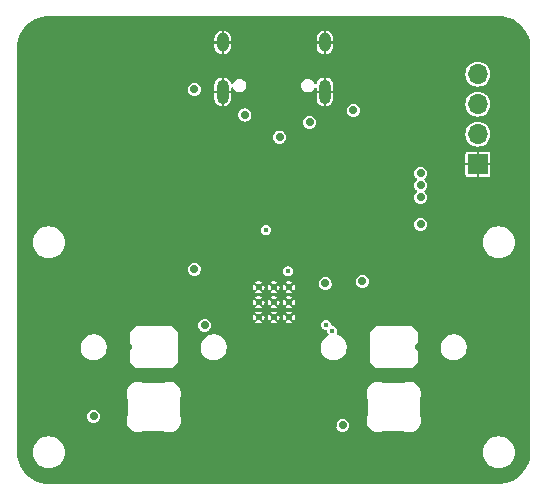
<source format=gbr>
%TF.GenerationSoftware,KiCad,Pcbnew,7.0.3*%
%TF.CreationDate,2023-05-17T22:22:38+01:00*%
%TF.ProjectId,MoonPad,4d6f6f6e-5061-4642-9e6b-696361645f70,rev?*%
%TF.SameCoordinates,Original*%
%TF.FileFunction,Copper,L3,Inr*%
%TF.FilePolarity,Positive*%
%FSLAX46Y46*%
G04 Gerber Fmt 4.6, Leading zero omitted, Abs format (unit mm)*
G04 Created by KiCad (PCBNEW 7.0.3) date 2023-05-17 22:22:38*
%MOMM*%
%LPD*%
G01*
G04 APERTURE LIST*
%TA.AperFunction,ComponentPad*%
%ADD10O,1.000000X2.100000*%
%TD*%
%TA.AperFunction,ComponentPad*%
%ADD11O,1.000000X1.600000*%
%TD*%
%TA.AperFunction,ComponentPad*%
%ADD12C,0.600000*%
%TD*%
%TA.AperFunction,ComponentPad*%
%ADD13R,1.700000X1.700000*%
%TD*%
%TA.AperFunction,ComponentPad*%
%ADD14O,1.700000X1.700000*%
%TD*%
%TA.AperFunction,ViaPad*%
%ADD15C,0.700000*%
%TD*%
%TA.AperFunction,ViaPad*%
%ADD16C,0.450000*%
%TD*%
G04 APERTURE END LIST*
D10*
%TO.N,GND*%
%TO.C,J3*%
X150370000Y-83775000D03*
D11*
X150370000Y-79595000D03*
D10*
X141730000Y-83775000D03*
D11*
X141730000Y-79595000D03*
%TD*%
D12*
%TO.N,GND*%
%TO.C,U3*%
X144775000Y-100325000D03*
X144775000Y-101600000D03*
X144775000Y-102875000D03*
X146050000Y-100325000D03*
X146050000Y-101600000D03*
X146050000Y-102875000D03*
X147325000Y-100325000D03*
X147325000Y-101600000D03*
X147325000Y-102875000D03*
%TD*%
D13*
%TO.N,GND*%
%TO.C,J1*%
X163322000Y-89906000D03*
D14*
%TO.N,+3V3*%
X163322000Y-87366000D03*
%TO.N,/OLED_SCL*%
X163322000Y-84826000D03*
%TO.N,/OLED_SDA*%
X163322000Y-82286000D03*
%TD*%
D15*
%TO.N,VBUS*%
X143600000Y-85736600D03*
X149098000Y-86360000D03*
%TO.N,GND*%
X150672800Y-94640400D03*
X152654000Y-91694000D03*
X158496002Y-93979996D03*
X149606000Y-108077000D03*
X140716000Y-101600000D03*
X133731000Y-105410000D03*
X151384000Y-101628000D03*
X143383000Y-88517000D03*
X152654000Y-108712000D03*
X150361766Y-106639174D03*
X147701000Y-88517000D03*
X133618000Y-85330000D03*
X158482000Y-83580000D03*
X134021102Y-90272001D03*
X130810000Y-110363000D03*
X152654000Y-90678000D03*
X148463000Y-111633000D03*
X153670000Y-90678000D03*
X133618000Y-100570000D03*
X144653000Y-91948000D03*
X153670000Y-91694000D03*
X139446000Y-105283000D03*
X134021102Y-93827998D03*
X149656800Y-94640400D03*
X145669000Y-91948000D03*
X142621000Y-91948000D03*
X157510000Y-97947000D03*
X139319000Y-84455000D03*
X140462000Y-96870700D03*
X153543002Y-102362000D03*
X138490000Y-108894135D03*
X144542000Y-88016098D03*
X156921200Y-103174800D03*
X140490000Y-99921000D03*
X151260257Y-99821309D03*
X138463100Y-97075125D03*
X139920380Y-102731120D03*
X158810000Y-108894135D03*
X148640800Y-94640400D03*
X152781000Y-84455000D03*
X152654000Y-107061000D03*
X151040097Y-112014000D03*
X144554000Y-106426000D03*
X143637000Y-91948000D03*
X158369000Y-105410000D03*
X139319000Y-107188000D03*
D16*
%TO.N,+1V1*%
X145392072Y-95460376D03*
X147253371Y-98977451D03*
D15*
%TO.N,ADC_X*%
X150426900Y-99998100D03*
X140208000Y-103533000D03*
D16*
%TO.N,/OLED_SCL*%
X150495000Y-103505000D03*
%TO.N,/OLED_SDA*%
X151003000Y-104002018D03*
D15*
%TO.N,+5V*%
X139319000Y-83566000D03*
X158496000Y-91694000D03*
X151892000Y-112014000D03*
X146542000Y-87614000D03*
X158496000Y-94995996D03*
X153543001Y-99822001D03*
X139319000Y-98806000D03*
X158496000Y-92710000D03*
X152781000Y-85344000D03*
X130810000Y-111252000D03*
X158496001Y-90678000D03*
%TD*%
%TA.AperFunction,Conductor*%
%TO.N,GND*%
G36*
X165101385Y-77335577D02*
G01*
X165396688Y-77352161D01*
X165402175Y-77352780D01*
X165692402Y-77402091D01*
X165697785Y-77403319D01*
X165980662Y-77484815D01*
X165985897Y-77486647D01*
X166111584Y-77538708D01*
X166257853Y-77599295D01*
X166262853Y-77601702D01*
X166520492Y-77744094D01*
X166525185Y-77747043D01*
X166765259Y-77917385D01*
X166769588Y-77920837D01*
X166989088Y-78116994D01*
X166993005Y-78120911D01*
X167189160Y-78340409D01*
X167192619Y-78344747D01*
X167362954Y-78584811D01*
X167365910Y-78589515D01*
X167508294Y-78847141D01*
X167510704Y-78852146D01*
X167623350Y-79124096D01*
X167625185Y-79129340D01*
X167706676Y-79412198D01*
X167707910Y-79417610D01*
X167721060Y-79494999D01*
X167757217Y-79707808D01*
X167757838Y-79713328D01*
X167774422Y-80008607D01*
X167774500Y-80011383D01*
X167774500Y-114298615D01*
X167774422Y-114301391D01*
X167757838Y-114596671D01*
X167757217Y-114602191D01*
X167707912Y-114892384D01*
X167706676Y-114897801D01*
X167625185Y-115180659D01*
X167623350Y-115185903D01*
X167510704Y-115457853D01*
X167508294Y-115462858D01*
X167365910Y-115720484D01*
X167362954Y-115725188D01*
X167192619Y-115965252D01*
X167189156Y-115969595D01*
X166993011Y-116189082D01*
X166989082Y-116193011D01*
X166769595Y-116389156D01*
X166765252Y-116392619D01*
X166525188Y-116562954D01*
X166520484Y-116565910D01*
X166262858Y-116708294D01*
X166257853Y-116710704D01*
X165985903Y-116823350D01*
X165980659Y-116825185D01*
X165697801Y-116906676D01*
X165692385Y-116907911D01*
X165559990Y-116930406D01*
X165402191Y-116957217D01*
X165396671Y-116957838D01*
X165144812Y-116971983D01*
X165101385Y-116974422D01*
X165098616Y-116974500D01*
X127001384Y-116974500D01*
X126998614Y-116974422D01*
X126953030Y-116971862D01*
X126703328Y-116957838D01*
X126697808Y-116957217D01*
X126407610Y-116907910D01*
X126402201Y-116906676D01*
X126317271Y-116882208D01*
X126119340Y-116825185D01*
X126114096Y-116823350D01*
X125842146Y-116710704D01*
X125837141Y-116708294D01*
X125579515Y-116565910D01*
X125574811Y-116562954D01*
X125334747Y-116392619D01*
X125330409Y-116389160D01*
X125110911Y-116193005D01*
X125106994Y-116189088D01*
X124910837Y-115969588D01*
X124907385Y-115965259D01*
X124737043Y-115725185D01*
X124734094Y-115720492D01*
X124591702Y-115462853D01*
X124589295Y-115457853D01*
X124539855Y-115338495D01*
X124476647Y-115185897D01*
X124474814Y-115180659D01*
X124472147Y-115171401D01*
X124393319Y-114897785D01*
X124392091Y-114892402D01*
X124342780Y-114602175D01*
X124342161Y-114596688D01*
X124325577Y-114301386D01*
X124325539Y-114300004D01*
X125644341Y-114300004D01*
X125664935Y-114535400D01*
X125726098Y-114763667D01*
X125825959Y-114977818D01*
X125825963Y-114977826D01*
X125825964Y-114977828D01*
X125825965Y-114977829D01*
X125961505Y-115171401D01*
X126128599Y-115338495D01*
X126322171Y-115474035D01*
X126322172Y-115474035D01*
X126322173Y-115474036D01*
X126322181Y-115474040D01*
X126536333Y-115573901D01*
X126536337Y-115573903D01*
X126764592Y-115635063D01*
X126764596Y-115635063D01*
X126764599Y-115635064D01*
X126941026Y-115650500D01*
X126941034Y-115650500D01*
X127058974Y-115650500D01*
X127235400Y-115635064D01*
X127235401Y-115635063D01*
X127235408Y-115635063D01*
X127463663Y-115573903D01*
X127677829Y-115474035D01*
X127871401Y-115338495D01*
X128038495Y-115171401D01*
X128174035Y-114977830D01*
X128273903Y-114763663D01*
X128335063Y-114535408D01*
X128355659Y-114300004D01*
X163744341Y-114300004D01*
X163764935Y-114535400D01*
X163826098Y-114763667D01*
X163925959Y-114977818D01*
X163925963Y-114977826D01*
X163925964Y-114977828D01*
X163925965Y-114977829D01*
X164061505Y-115171401D01*
X164228599Y-115338495D01*
X164422171Y-115474035D01*
X164422172Y-115474035D01*
X164422173Y-115474036D01*
X164422181Y-115474040D01*
X164636333Y-115573901D01*
X164636337Y-115573903D01*
X164864592Y-115635063D01*
X164864596Y-115635063D01*
X164864599Y-115635064D01*
X165041026Y-115650500D01*
X165041034Y-115650500D01*
X165158974Y-115650500D01*
X165335400Y-115635064D01*
X165335401Y-115635063D01*
X165335408Y-115635063D01*
X165563663Y-115573903D01*
X165777829Y-115474035D01*
X165971401Y-115338495D01*
X166138495Y-115171401D01*
X166274035Y-114977830D01*
X166373903Y-114763663D01*
X166435063Y-114535408D01*
X166439861Y-114480566D01*
X166455659Y-114300004D01*
X166455659Y-114299995D01*
X166435064Y-114064599D01*
X166435063Y-114064596D01*
X166435063Y-114064592D01*
X166373903Y-113836337D01*
X166274035Y-113622171D01*
X166138495Y-113428599D01*
X165971401Y-113261505D01*
X165971397Y-113261502D01*
X165971396Y-113261501D01*
X165777826Y-113125963D01*
X165777818Y-113125959D01*
X165563666Y-113026098D01*
X165563667Y-113026098D01*
X165487578Y-113005710D01*
X165335408Y-112964937D01*
X165335407Y-112964936D01*
X165335400Y-112964935D01*
X165158974Y-112949500D01*
X165158966Y-112949500D01*
X165041034Y-112949500D01*
X165041026Y-112949500D01*
X164864599Y-112964935D01*
X164636332Y-113026098D01*
X164422181Y-113125959D01*
X164422173Y-113125963D01*
X164228603Y-113261501D01*
X164061501Y-113428603D01*
X163925964Y-113622171D01*
X163826097Y-113836337D01*
X163764935Y-114064599D01*
X163744341Y-114299995D01*
X163744341Y-114300004D01*
X128355659Y-114300004D01*
X128355659Y-114300000D01*
X128335063Y-114064592D01*
X128273903Y-113836337D01*
X128174035Y-113622171D01*
X128038495Y-113428599D01*
X127871401Y-113261505D01*
X127871397Y-113261502D01*
X127871396Y-113261501D01*
X127677826Y-113125963D01*
X127677818Y-113125959D01*
X127463666Y-113026098D01*
X127463667Y-113026098D01*
X127387578Y-113005710D01*
X127235408Y-112964937D01*
X127235407Y-112964936D01*
X127235400Y-112964935D01*
X127058974Y-112949500D01*
X127058966Y-112949500D01*
X126941034Y-112949500D01*
X126941026Y-112949500D01*
X126764599Y-112964935D01*
X126536332Y-113026098D01*
X126322181Y-113125959D01*
X126322173Y-113125963D01*
X126128603Y-113261501D01*
X125961501Y-113428603D01*
X125825964Y-113622171D01*
X125726097Y-113836337D01*
X125664935Y-114064599D01*
X125644341Y-114299995D01*
X125644341Y-114300004D01*
X124325539Y-114300004D01*
X124325500Y-114298615D01*
X124325500Y-111252000D01*
X130254750Y-111252000D01*
X130273669Y-111395708D01*
X130273670Y-111395709D01*
X130302577Y-111465499D01*
X130329139Y-111529625D01*
X130417379Y-111644621D01*
X130532375Y-111732861D01*
X130666291Y-111788330D01*
X130810000Y-111807250D01*
X130953709Y-111788330D01*
X131087625Y-111732861D01*
X131202621Y-111644621D01*
X131229950Y-111609005D01*
X133586463Y-111609005D01*
X133604219Y-111790744D01*
X133604221Y-111790753D01*
X133654577Y-111966257D01*
X133654580Y-111966264D01*
X133735882Y-112129769D01*
X133845438Y-112275855D01*
X133845441Y-112275857D01*
X133845443Y-112275860D01*
X133979625Y-112399692D01*
X133979627Y-112399693D01*
X133979630Y-112399696D01*
X134134023Y-112497198D01*
X134303515Y-112565142D01*
X134303518Y-112565142D01*
X134303519Y-112565143D01*
X134323861Y-112569250D01*
X134482506Y-112601281D01*
X134644795Y-112604073D01*
X134665081Y-112604422D01*
X134665081Y-112604421D01*
X134665082Y-112604422D01*
X134845210Y-112574460D01*
X135016938Y-112512386D01*
X135035551Y-112501538D01*
X135036616Y-112501008D01*
X135038867Y-112499692D01*
X135038870Y-112499692D01*
X135072536Y-112480022D01*
X135122486Y-112466502D01*
X135161392Y-112466506D01*
X135161393Y-112466505D01*
X135164567Y-112466506D01*
X135164682Y-112466499D01*
X136615276Y-112466499D01*
X136615374Y-112466505D01*
X136618606Y-112466504D01*
X136618608Y-112466505D01*
X136657510Y-112466501D01*
X136707459Y-112480019D01*
X136736863Y-112497198D01*
X136743145Y-112500868D01*
X136744740Y-112501663D01*
X136757725Y-112509229D01*
X136763078Y-112512349D01*
X136840485Y-112540328D01*
X136934788Y-112574416D01*
X136934791Y-112574416D01*
X136934800Y-112574420D01*
X137114921Y-112604381D01*
X137297489Y-112601240D01*
X137476473Y-112565103D01*
X137645958Y-112497162D01*
X137800345Y-112399664D01*
X137917418Y-112291621D01*
X137934526Y-112275833D01*
X137934529Y-112275830D01*
X137934529Y-112275829D01*
X137934531Y-112275828D01*
X138044083Y-112129748D01*
X138101638Y-112014000D01*
X151336750Y-112014000D01*
X151355669Y-112157708D01*
X151355670Y-112157709D01*
X151404596Y-112275830D01*
X151411139Y-112291625D01*
X151499379Y-112406621D01*
X151614375Y-112494861D01*
X151748291Y-112550330D01*
X151891999Y-112569250D01*
X151891999Y-112569249D01*
X151892000Y-112569250D01*
X152035709Y-112550330D01*
X152169625Y-112494861D01*
X152284621Y-112406621D01*
X152372861Y-112291625D01*
X152428330Y-112157709D01*
X152447250Y-112014000D01*
X152440963Y-111966250D01*
X152428330Y-111870291D01*
X152372861Y-111736375D01*
X152284621Y-111621379D01*
X152268495Y-111609005D01*
X153906463Y-111609005D01*
X153924219Y-111790744D01*
X153924221Y-111790753D01*
X153974577Y-111966257D01*
X153974580Y-111966264D01*
X154055882Y-112129769D01*
X154165438Y-112275855D01*
X154165441Y-112275857D01*
X154165443Y-112275860D01*
X154299625Y-112399692D01*
X154299627Y-112399693D01*
X154299630Y-112399696D01*
X154454023Y-112497198D01*
X154623515Y-112565142D01*
X154623518Y-112565142D01*
X154623519Y-112565143D01*
X154643861Y-112569250D01*
X154802506Y-112601281D01*
X154964795Y-112604073D01*
X154985081Y-112604422D01*
X154985081Y-112604421D01*
X154985082Y-112604422D01*
X155165210Y-112574460D01*
X155336938Y-112512386D01*
X155355551Y-112501538D01*
X155356616Y-112501008D01*
X155358867Y-112499692D01*
X155358870Y-112499692D01*
X155392536Y-112480022D01*
X155442486Y-112466502D01*
X155481392Y-112466506D01*
X155481393Y-112466505D01*
X155484567Y-112466506D01*
X155484682Y-112466499D01*
X156935276Y-112466499D01*
X156935374Y-112466505D01*
X156938606Y-112466504D01*
X156938608Y-112466505D01*
X156977510Y-112466501D01*
X157027459Y-112480019D01*
X157056863Y-112497198D01*
X157063145Y-112500868D01*
X157064740Y-112501663D01*
X157077725Y-112509229D01*
X157083078Y-112512349D01*
X157160485Y-112540328D01*
X157254788Y-112574416D01*
X157254791Y-112574416D01*
X157254800Y-112574420D01*
X157434921Y-112604381D01*
X157617489Y-112601240D01*
X157796473Y-112565103D01*
X157965958Y-112497162D01*
X158120345Y-112399664D01*
X158237418Y-112291621D01*
X158254526Y-112275833D01*
X158254529Y-112275830D01*
X158254529Y-112275829D01*
X158254531Y-112275828D01*
X158364083Y-112129748D01*
X158445382Y-111966250D01*
X158495741Y-111790736D01*
X158513496Y-111609006D01*
X158498060Y-111427064D01*
X158449944Y-111250922D01*
X158449937Y-111250908D01*
X158446372Y-111243480D01*
X158440611Y-111231476D01*
X158440006Y-111229970D01*
X158420318Y-111189107D01*
X158410506Y-111146104D01*
X158410520Y-111103108D01*
X158410519Y-111103104D01*
X158410520Y-111100052D01*
X158410499Y-111099714D01*
X158410499Y-109785890D01*
X158420244Y-109743059D01*
X158424106Y-109735011D01*
X158424143Y-109735028D01*
X158424163Y-109734890D01*
X158439019Y-109704040D01*
X158439019Y-109704039D01*
X158440230Y-109701525D01*
X158440508Y-109700832D01*
X158440657Y-109700522D01*
X158449981Y-109681094D01*
X158498100Y-109504945D01*
X158513537Y-109322996D01*
X158495781Y-109141258D01*
X158445421Y-108965737D01*
X158364119Y-108802232D01*
X158254562Y-108656145D01*
X158254558Y-108656141D01*
X158254556Y-108656139D01*
X158120372Y-108532306D01*
X158120370Y-108532304D01*
X157965984Y-108434805D01*
X157965980Y-108434803D01*
X157965978Y-108434802D01*
X157796486Y-108366858D01*
X157796485Y-108366857D01*
X157796481Y-108366856D01*
X157617495Y-108330719D01*
X157617486Y-108330718D01*
X157434919Y-108327577D01*
X157254795Y-108357539D01*
X157254792Y-108357539D01*
X157254790Y-108357540D01*
X157254788Y-108357540D01*
X157254778Y-108357543D01*
X157083062Y-108419613D01*
X157064458Y-108430453D01*
X157063384Y-108430990D01*
X157027462Y-108451977D01*
X156977513Y-108465496D01*
X156935434Y-108465492D01*
X156935318Y-108465500D01*
X155442493Y-108465500D01*
X155392538Y-108451972D01*
X155357058Y-108431235D01*
X155355264Y-108430340D01*
X155336923Y-108419652D01*
X155336917Y-108419649D01*
X155165212Y-108357583D01*
X155165197Y-108357579D01*
X154985076Y-108327618D01*
X154802520Y-108330759D01*
X154802511Y-108330760D01*
X154623531Y-108366896D01*
X154623529Y-108366896D01*
X154623528Y-108366897D01*
X154454122Y-108434805D01*
X154454035Y-108434840D01*
X154299658Y-108532333D01*
X154165468Y-108656171D01*
X154165466Y-108656174D01*
X154055920Y-108802247D01*
X154055918Y-108802249D01*
X154055917Y-108802252D01*
X154014605Y-108885333D01*
X153974618Y-108965749D01*
X153974615Y-108965756D01*
X153924261Y-109141253D01*
X153924259Y-109141262D01*
X153906504Y-109322995D01*
X153921939Y-109504935D01*
X153970056Y-109681079D01*
X153979387Y-109700522D01*
X153979896Y-109701787D01*
X153980981Y-109704040D01*
X153999699Y-109742915D01*
X154009501Y-109785863D01*
X154009501Y-111146109D01*
X153999757Y-111188936D01*
X153996058Y-111196646D01*
X153979762Y-111230490D01*
X153979483Y-111231181D01*
X153973411Y-111243836D01*
X153970018Y-111250907D01*
X153955608Y-111303657D01*
X153921901Y-111427050D01*
X153921900Y-111427053D01*
X153921900Y-111427056D01*
X153917606Y-111477669D01*
X153906463Y-111609005D01*
X152268495Y-111609005D01*
X152169625Y-111533139D01*
X152169621Y-111533137D01*
X152035709Y-111477670D01*
X152035708Y-111477669D01*
X151892000Y-111458750D01*
X151748291Y-111477669D01*
X151748290Y-111477670D01*
X151614378Y-111533137D01*
X151614374Y-111533139D01*
X151499381Y-111621377D01*
X151499377Y-111621381D01*
X151411139Y-111736374D01*
X151411137Y-111736378D01*
X151355670Y-111870290D01*
X151355669Y-111870291D01*
X151336750Y-112013999D01*
X151336750Y-112014000D01*
X138101638Y-112014000D01*
X138125382Y-111966250D01*
X138175741Y-111790736D01*
X138193496Y-111609006D01*
X138178060Y-111427064D01*
X138129944Y-111250922D01*
X138129937Y-111250908D01*
X138126372Y-111243480D01*
X138120611Y-111231476D01*
X138120006Y-111229970D01*
X138100318Y-111189107D01*
X138090506Y-111146104D01*
X138090520Y-111103108D01*
X138090519Y-111103104D01*
X138090520Y-111100052D01*
X138090499Y-111099714D01*
X138090499Y-109785890D01*
X138100244Y-109743059D01*
X138104106Y-109735011D01*
X138104143Y-109735028D01*
X138104163Y-109734890D01*
X138119019Y-109704040D01*
X138119019Y-109704039D01*
X138120230Y-109701525D01*
X138120508Y-109700832D01*
X138120657Y-109700522D01*
X138129981Y-109681094D01*
X138178100Y-109504945D01*
X138193537Y-109322996D01*
X138175781Y-109141258D01*
X138125421Y-108965737D01*
X138044119Y-108802232D01*
X137934562Y-108656145D01*
X137934558Y-108656141D01*
X137934556Y-108656139D01*
X137800372Y-108532306D01*
X137800370Y-108532304D01*
X137645984Y-108434805D01*
X137645980Y-108434803D01*
X137645978Y-108434802D01*
X137476486Y-108366858D01*
X137476485Y-108366857D01*
X137476481Y-108366856D01*
X137297495Y-108330719D01*
X137297486Y-108330718D01*
X137114919Y-108327577D01*
X136934795Y-108357539D01*
X136934792Y-108357539D01*
X136934790Y-108357540D01*
X136934788Y-108357540D01*
X136934778Y-108357543D01*
X136763062Y-108419613D01*
X136744458Y-108430453D01*
X136743384Y-108430990D01*
X136707462Y-108451977D01*
X136657513Y-108465496D01*
X136615434Y-108465492D01*
X136615318Y-108465500D01*
X135122493Y-108465500D01*
X135072538Y-108451972D01*
X135037058Y-108431235D01*
X135035264Y-108430340D01*
X135016923Y-108419652D01*
X135016917Y-108419649D01*
X134845212Y-108357583D01*
X134845197Y-108357579D01*
X134665076Y-108327618D01*
X134482520Y-108330759D01*
X134482511Y-108330760D01*
X134303531Y-108366896D01*
X134303529Y-108366896D01*
X134303528Y-108366897D01*
X134134122Y-108434805D01*
X134134035Y-108434840D01*
X133979658Y-108532333D01*
X133845468Y-108656171D01*
X133845466Y-108656174D01*
X133735920Y-108802247D01*
X133735918Y-108802249D01*
X133735917Y-108802252D01*
X133694605Y-108885333D01*
X133654618Y-108965749D01*
X133654615Y-108965756D01*
X133604261Y-109141253D01*
X133604259Y-109141262D01*
X133586504Y-109322995D01*
X133601939Y-109504935D01*
X133650056Y-109681079D01*
X133659387Y-109700522D01*
X133659896Y-109701787D01*
X133660981Y-109704040D01*
X133679699Y-109742915D01*
X133689501Y-109785863D01*
X133689501Y-111146109D01*
X133679757Y-111188936D01*
X133676058Y-111196646D01*
X133659762Y-111230490D01*
X133659483Y-111231181D01*
X133653411Y-111243836D01*
X133650018Y-111250907D01*
X133635608Y-111303657D01*
X133601901Y-111427050D01*
X133601900Y-111427053D01*
X133601900Y-111427056D01*
X133597606Y-111477669D01*
X133586463Y-111609005D01*
X131229950Y-111609005D01*
X131290861Y-111529625D01*
X131346330Y-111395709D01*
X131365250Y-111252000D01*
X131365107Y-111250917D01*
X131346330Y-111108291D01*
X131290861Y-110974375D01*
X131202621Y-110859379D01*
X131087625Y-110771139D01*
X131087621Y-110771137D01*
X130953709Y-110715670D01*
X130953708Y-110715669D01*
X130810000Y-110696750D01*
X130666291Y-110715669D01*
X130666290Y-110715670D01*
X130532378Y-110771137D01*
X130532374Y-110771139D01*
X130417381Y-110859377D01*
X130417377Y-110859381D01*
X130329139Y-110974374D01*
X130329137Y-110974378D01*
X130273670Y-111108290D01*
X130273669Y-111108291D01*
X130254750Y-111251999D01*
X130254750Y-111252000D01*
X124325500Y-111252000D01*
X124325500Y-106680000D01*
X133858000Y-106680000D01*
X134366000Y-107188000D01*
X134366001Y-107188000D01*
X137413999Y-107188000D01*
X137414000Y-107188000D01*
X137922000Y-106680000D01*
X154178000Y-106680000D01*
X154686000Y-107188000D01*
X154686001Y-107188000D01*
X157733999Y-107188000D01*
X157734000Y-107188000D01*
X158242000Y-106680000D01*
X158242000Y-105357400D01*
X160185746Y-105357400D01*
X160195746Y-105567330D01*
X160195747Y-105567337D01*
X160245295Y-105771573D01*
X160245300Y-105771586D01*
X160332602Y-105962751D01*
X160332604Y-105962754D01*
X160454511Y-106133949D01*
X160454513Y-106133951D01*
X160454514Y-106133952D01*
X160606622Y-106278986D01*
X160783428Y-106392613D01*
X160978543Y-106470725D01*
X161184915Y-106510500D01*
X161184918Y-106510500D01*
X161342425Y-106510500D01*
X161499218Y-106495528D01*
X161700875Y-106436316D01*
X161887682Y-106340011D01*
X162052886Y-106210092D01*
X162190519Y-106051256D01*
X162295604Y-105869244D01*
X162364344Y-105670633D01*
X162394254Y-105462602D01*
X162384254Y-105252670D01*
X162334704Y-105048424D01*
X162290102Y-104950760D01*
X162247397Y-104857248D01*
X162247395Y-104857245D01*
X162125488Y-104686050D01*
X162045631Y-104609907D01*
X161973378Y-104541014D01*
X161796572Y-104427387D01*
X161796569Y-104427386D01*
X161796568Y-104427385D01*
X161687409Y-104383685D01*
X161601457Y-104349275D01*
X161395085Y-104309500D01*
X161237575Y-104309500D01*
X161080781Y-104324472D01*
X160879120Y-104383685D01*
X160692320Y-104479987D01*
X160692317Y-104479989D01*
X160527113Y-104609907D01*
X160389480Y-104768744D01*
X160284397Y-104950753D01*
X160284394Y-104950760D01*
X160215657Y-105149362D01*
X160215655Y-105149368D01*
X160185746Y-105357393D01*
X160185746Y-105357400D01*
X158242000Y-105357400D01*
X158242000Y-104140000D01*
X157734000Y-103632000D01*
X154686000Y-103632000D01*
X154178000Y-104140000D01*
X154178000Y-106680000D01*
X137922000Y-106680000D01*
X137922000Y-105357400D01*
X139865746Y-105357400D01*
X139875746Y-105567330D01*
X139875747Y-105567337D01*
X139925295Y-105771573D01*
X139925300Y-105771586D01*
X140012602Y-105962751D01*
X140012604Y-105962754D01*
X140134511Y-106133949D01*
X140134513Y-106133951D01*
X140134514Y-106133952D01*
X140286622Y-106278986D01*
X140463428Y-106392613D01*
X140658543Y-106470725D01*
X140864915Y-106510500D01*
X140864918Y-106510500D01*
X141022425Y-106510500D01*
X141179218Y-106495528D01*
X141380875Y-106436316D01*
X141567682Y-106340011D01*
X141732886Y-106210092D01*
X141870519Y-106051256D01*
X141975604Y-105869244D01*
X142044344Y-105670633D01*
X142074254Y-105462602D01*
X142069243Y-105357400D01*
X150025746Y-105357400D01*
X150035746Y-105567330D01*
X150035747Y-105567337D01*
X150085295Y-105771573D01*
X150085300Y-105771586D01*
X150172602Y-105962751D01*
X150172604Y-105962754D01*
X150294511Y-106133949D01*
X150294513Y-106133951D01*
X150294514Y-106133952D01*
X150446622Y-106278986D01*
X150623428Y-106392613D01*
X150818543Y-106470725D01*
X151024915Y-106510500D01*
X151024918Y-106510500D01*
X151182425Y-106510500D01*
X151339218Y-106495528D01*
X151540875Y-106436316D01*
X151727682Y-106340011D01*
X151892886Y-106210092D01*
X152030519Y-106051256D01*
X152135604Y-105869244D01*
X152204344Y-105670633D01*
X152234254Y-105462602D01*
X152224254Y-105252670D01*
X152174704Y-105048424D01*
X152130102Y-104950760D01*
X152087397Y-104857248D01*
X152087395Y-104857245D01*
X151965488Y-104686050D01*
X151885631Y-104609907D01*
X151813378Y-104541014D01*
X151636572Y-104427387D01*
X151636569Y-104427386D01*
X151636568Y-104427385D01*
X151482879Y-104365858D01*
X151441457Y-104349275D01*
X151441456Y-104349274D01*
X151441454Y-104349274D01*
X151436933Y-104347947D01*
X151437562Y-104345804D01*
X151391569Y-104320382D01*
X151365645Y-104264960D01*
X151375683Y-104207832D01*
X151410244Y-104140001D01*
X151412719Y-104135144D01*
X151433804Y-104002018D01*
X151412719Y-103868892D01*
X151351528Y-103748798D01*
X151256220Y-103653490D01*
X151256217Y-103653488D01*
X151136129Y-103592300D01*
X151136127Y-103592299D01*
X151005616Y-103571628D01*
X150951099Y-103543850D01*
X150923323Y-103489336D01*
X150904719Y-103371874D01*
X150843528Y-103251780D01*
X150748220Y-103156472D01*
X150748217Y-103156470D01*
X150628129Y-103095282D01*
X150628127Y-103095281D01*
X150495000Y-103074196D01*
X150361872Y-103095281D01*
X150361870Y-103095282D01*
X150241782Y-103156470D01*
X150146470Y-103251782D01*
X150085282Y-103371870D01*
X150085281Y-103371872D01*
X150064196Y-103504999D01*
X150064196Y-103505000D01*
X150085281Y-103638127D01*
X150085282Y-103638129D01*
X150104940Y-103676709D01*
X150146472Y-103758220D01*
X150241780Y-103853528D01*
X150361874Y-103914719D01*
X150492383Y-103935389D01*
X150546898Y-103963166D01*
X150574676Y-104017682D01*
X150593281Y-104135145D01*
X150593282Y-104135147D01*
X150630317Y-104207832D01*
X150654472Y-104255238D01*
X150665347Y-104266113D01*
X150693123Y-104320628D01*
X150683552Y-104381060D01*
X150640707Y-104424109D01*
X150532325Y-104479984D01*
X150532317Y-104479989D01*
X150367113Y-104609907D01*
X150229480Y-104768744D01*
X150124397Y-104950753D01*
X150124394Y-104950760D01*
X150055657Y-105149362D01*
X150055655Y-105149368D01*
X150025746Y-105357393D01*
X150025746Y-105357400D01*
X142069243Y-105357400D01*
X142064254Y-105252670D01*
X142014704Y-105048424D01*
X141970102Y-104950760D01*
X141927397Y-104857248D01*
X141927395Y-104857245D01*
X141805488Y-104686050D01*
X141725631Y-104609907D01*
X141653378Y-104541014D01*
X141476572Y-104427387D01*
X141476569Y-104427386D01*
X141476568Y-104427385D01*
X141367409Y-104383685D01*
X141281457Y-104349275D01*
X141075085Y-104309500D01*
X140917575Y-104309500D01*
X140760781Y-104324472D01*
X140559120Y-104383685D01*
X140372320Y-104479987D01*
X140372317Y-104479989D01*
X140207113Y-104609907D01*
X140069480Y-104768744D01*
X139964397Y-104950753D01*
X139964394Y-104950760D01*
X139895657Y-105149362D01*
X139895655Y-105149368D01*
X139865746Y-105357393D01*
X139865746Y-105357400D01*
X137922000Y-105357400D01*
X137922000Y-104140000D01*
X137414000Y-103632000D01*
X134366000Y-103632000D01*
X133858000Y-104140000D01*
X133858000Y-106680000D01*
X124325500Y-106680000D01*
X124325500Y-105357400D01*
X129705746Y-105357400D01*
X129715746Y-105567330D01*
X129715747Y-105567337D01*
X129765295Y-105771573D01*
X129765300Y-105771586D01*
X129852602Y-105962751D01*
X129852604Y-105962754D01*
X129974511Y-106133949D01*
X129974513Y-106133951D01*
X129974514Y-106133952D01*
X130126622Y-106278986D01*
X130303428Y-106392613D01*
X130498543Y-106470725D01*
X130704915Y-106510500D01*
X130704918Y-106510500D01*
X130862425Y-106510500D01*
X131019218Y-106495528D01*
X131220875Y-106436316D01*
X131407682Y-106340011D01*
X131572886Y-106210092D01*
X131710519Y-106051256D01*
X131815604Y-105869244D01*
X131884344Y-105670633D01*
X131914254Y-105462602D01*
X131904254Y-105252670D01*
X131854704Y-105048424D01*
X131810102Y-104950760D01*
X131767397Y-104857248D01*
X131767395Y-104857245D01*
X131645488Y-104686050D01*
X131565631Y-104609907D01*
X131493378Y-104541014D01*
X131316572Y-104427387D01*
X131316569Y-104427386D01*
X131316568Y-104427385D01*
X131207409Y-104383685D01*
X131121457Y-104349275D01*
X130915085Y-104309500D01*
X130757575Y-104309500D01*
X130600781Y-104324472D01*
X130399120Y-104383685D01*
X130212320Y-104479987D01*
X130212317Y-104479989D01*
X130047113Y-104609907D01*
X129909480Y-104768744D01*
X129804397Y-104950753D01*
X129804394Y-104950760D01*
X129735657Y-105149362D01*
X129735655Y-105149368D01*
X129705746Y-105357393D01*
X129705746Y-105357400D01*
X124325500Y-105357400D01*
X124325500Y-103533000D01*
X139652750Y-103533000D01*
X139671669Y-103676708D01*
X139671670Y-103676709D01*
X139701530Y-103748800D01*
X139727139Y-103810625D01*
X139815379Y-103925621D01*
X139930375Y-104013861D01*
X140064291Y-104069330D01*
X140208000Y-104088250D01*
X140351709Y-104069330D01*
X140485625Y-104013861D01*
X140600621Y-103925621D01*
X140688861Y-103810625D01*
X140744330Y-103676709D01*
X140763250Y-103533000D01*
X140744330Y-103389291D01*
X140688861Y-103255375D01*
X140600621Y-103140379D01*
X140485625Y-103052139D01*
X140485621Y-103052137D01*
X140351709Y-102996670D01*
X140351708Y-102996669D01*
X140208000Y-102977750D01*
X140064291Y-102996669D01*
X140064290Y-102996670D01*
X139930378Y-103052137D01*
X139930374Y-103052139D01*
X139815381Y-103140377D01*
X139815377Y-103140381D01*
X139727139Y-103255374D01*
X139727137Y-103255378D01*
X139671670Y-103389290D01*
X139671669Y-103389291D01*
X139652750Y-103532999D01*
X139652750Y-103533000D01*
X124325500Y-103533000D01*
X124325500Y-102875002D01*
X144269858Y-102875002D01*
X144290319Y-103017314D01*
X144350048Y-103148100D01*
X144354889Y-103153688D01*
X144354890Y-103153688D01*
X144602489Y-102906088D01*
X144606475Y-102938913D01*
X144655481Y-103009909D01*
X144731866Y-103050000D01*
X144741421Y-103050000D01*
X144499269Y-103292149D01*
X144565155Y-103334492D01*
X144703109Y-103374999D01*
X144703112Y-103375000D01*
X144846888Y-103375000D01*
X144846890Y-103374999D01*
X144984844Y-103334492D01*
X144984846Y-103334491D01*
X145050728Y-103292149D01*
X145050729Y-103292149D01*
X144806140Y-103047561D01*
X144858760Y-103034592D01*
X144923332Y-102977386D01*
X144949585Y-102908163D01*
X145195109Y-103153687D01*
X145199950Y-103148102D01*
X145199951Y-103148100D01*
X145259680Y-103017314D01*
X145280142Y-102875002D01*
X145544858Y-102875002D01*
X145565319Y-103017314D01*
X145625048Y-103148100D01*
X145629889Y-103153687D01*
X145877489Y-102906086D01*
X145881475Y-102938913D01*
X145930481Y-103009909D01*
X146006866Y-103050000D01*
X146016421Y-103050000D01*
X145774269Y-103292149D01*
X145840155Y-103334492D01*
X145978109Y-103374999D01*
X145978112Y-103375000D01*
X146121888Y-103375000D01*
X146121890Y-103374999D01*
X146259844Y-103334492D01*
X146259846Y-103334491D01*
X146325728Y-103292149D01*
X146325729Y-103292149D01*
X146081140Y-103047561D01*
X146133760Y-103034592D01*
X146198332Y-102977386D01*
X146224585Y-102908163D01*
X146470109Y-103153687D01*
X146474950Y-103148102D01*
X146474951Y-103148100D01*
X146534680Y-103017314D01*
X146555142Y-102875002D01*
X146819858Y-102875002D01*
X146840319Y-103017314D01*
X146900048Y-103148100D01*
X146904889Y-103153687D01*
X147152489Y-102906086D01*
X147156475Y-102938913D01*
X147205481Y-103009909D01*
X147281866Y-103050000D01*
X147291421Y-103050000D01*
X147049269Y-103292149D01*
X147115155Y-103334492D01*
X147253109Y-103374999D01*
X147253112Y-103375000D01*
X147396888Y-103375000D01*
X147396890Y-103374999D01*
X147534844Y-103334492D01*
X147534846Y-103334491D01*
X147600728Y-103292149D01*
X147600729Y-103292149D01*
X147356140Y-103047561D01*
X147408760Y-103034592D01*
X147473332Y-102977386D01*
X147499585Y-102908163D01*
X147745109Y-103153687D01*
X147749950Y-103148102D01*
X147749951Y-103148100D01*
X147809680Y-103017314D01*
X147830142Y-102875002D01*
X147830142Y-102874997D01*
X147809680Y-102732685D01*
X147749951Y-102601899D01*
X147745109Y-102596311D01*
X147497510Y-102843909D01*
X147493525Y-102811087D01*
X147444519Y-102740091D01*
X147368134Y-102700000D01*
X147358578Y-102700000D01*
X147600729Y-102457849D01*
X147534844Y-102415507D01*
X147396890Y-102375000D01*
X147253109Y-102375000D01*
X147115156Y-102415507D01*
X147115151Y-102415509D01*
X147049270Y-102457848D01*
X147293860Y-102702438D01*
X147241240Y-102715408D01*
X147176668Y-102772614D01*
X147150415Y-102841835D01*
X146904890Y-102596310D01*
X146900048Y-102601899D01*
X146900046Y-102601902D01*
X146840319Y-102732685D01*
X146819858Y-102874997D01*
X146819858Y-102875002D01*
X146555142Y-102875002D01*
X146555142Y-102874997D01*
X146534680Y-102732685D01*
X146474951Y-102601899D01*
X146470109Y-102596311D01*
X146222510Y-102843909D01*
X146218525Y-102811087D01*
X146169519Y-102740091D01*
X146093134Y-102700000D01*
X146083576Y-102700000D01*
X146325728Y-102457848D01*
X146259844Y-102415507D01*
X146121890Y-102375000D01*
X145978109Y-102375000D01*
X145840156Y-102415507D01*
X145840151Y-102415509D01*
X145774269Y-102457848D01*
X146018860Y-102702438D01*
X145966240Y-102715408D01*
X145901668Y-102772614D01*
X145875415Y-102841835D01*
X145629890Y-102596310D01*
X145625048Y-102601899D01*
X145625046Y-102601902D01*
X145565319Y-102732685D01*
X145544858Y-102874997D01*
X145544858Y-102875002D01*
X145280142Y-102875002D01*
X145280142Y-102874997D01*
X145259680Y-102732685D01*
X145199951Y-102601899D01*
X145195109Y-102596311D01*
X144947510Y-102843909D01*
X144943525Y-102811087D01*
X144894519Y-102740091D01*
X144818134Y-102700000D01*
X144808578Y-102700000D01*
X145050729Y-102457849D01*
X144984844Y-102415507D01*
X144846890Y-102375000D01*
X144703109Y-102375000D01*
X144565156Y-102415507D01*
X144565151Y-102415509D01*
X144499270Y-102457848D01*
X144743860Y-102702438D01*
X144691240Y-102715408D01*
X144626668Y-102772614D01*
X144600414Y-102841836D01*
X144354889Y-102596311D01*
X144350048Y-102601899D01*
X144350046Y-102601902D01*
X144290319Y-102732685D01*
X144269858Y-102874997D01*
X144269858Y-102875002D01*
X124325500Y-102875002D01*
X124325500Y-101600002D01*
X144269858Y-101600002D01*
X144290319Y-101742314D01*
X144350048Y-101873100D01*
X144354889Y-101878688D01*
X144602489Y-101631088D01*
X144606475Y-101663913D01*
X144655481Y-101734909D01*
X144731866Y-101775000D01*
X144741421Y-101775000D01*
X144499269Y-102017149D01*
X144565155Y-102059492D01*
X144703109Y-102099999D01*
X144703112Y-102100000D01*
X144846888Y-102100000D01*
X144846890Y-102099999D01*
X144984844Y-102059492D01*
X144984846Y-102059491D01*
X145050728Y-102017149D01*
X145050729Y-102017149D01*
X144806140Y-101772561D01*
X144858760Y-101759592D01*
X144923332Y-101702386D01*
X144949585Y-101633163D01*
X145195109Y-101878687D01*
X145199950Y-101873102D01*
X145199951Y-101873100D01*
X145259680Y-101742314D01*
X145280142Y-101600002D01*
X145544858Y-101600002D01*
X145565319Y-101742314D01*
X145625048Y-101873100D01*
X145629889Y-101878688D01*
X145629890Y-101878688D01*
X145877489Y-101631088D01*
X145881475Y-101663913D01*
X145930481Y-101734909D01*
X146006866Y-101775000D01*
X146016421Y-101775000D01*
X145774269Y-102017149D01*
X145840155Y-102059492D01*
X145978109Y-102099999D01*
X145978112Y-102100000D01*
X146121888Y-102100000D01*
X146121890Y-102099999D01*
X146259844Y-102059492D01*
X146259846Y-102059491D01*
X146325728Y-102017149D01*
X146325729Y-102017149D01*
X146081140Y-101772561D01*
X146133760Y-101759592D01*
X146198332Y-101702386D01*
X146224585Y-101633163D01*
X146470109Y-101878687D01*
X146474950Y-101873102D01*
X146474951Y-101873100D01*
X146534680Y-101742314D01*
X146555142Y-101600002D01*
X146819858Y-101600002D01*
X146840319Y-101742314D01*
X146900048Y-101873100D01*
X146904889Y-101878688D01*
X146904890Y-101878688D01*
X147152489Y-101631088D01*
X147156475Y-101663913D01*
X147205481Y-101734909D01*
X147281866Y-101775000D01*
X147291421Y-101775000D01*
X147049269Y-102017149D01*
X147115155Y-102059492D01*
X147253109Y-102099999D01*
X147253112Y-102100000D01*
X147396888Y-102100000D01*
X147396890Y-102099999D01*
X147534844Y-102059492D01*
X147534846Y-102059491D01*
X147600728Y-102017149D01*
X147600729Y-102017149D01*
X147356140Y-101772561D01*
X147408760Y-101759592D01*
X147473332Y-101702386D01*
X147499585Y-101633163D01*
X147745109Y-101878687D01*
X147749950Y-101873102D01*
X147749951Y-101873100D01*
X147809680Y-101742314D01*
X147830142Y-101600002D01*
X147830142Y-101599997D01*
X147809680Y-101457685D01*
X147749951Y-101326899D01*
X147745109Y-101321311D01*
X147497510Y-101568909D01*
X147493525Y-101536087D01*
X147444519Y-101465091D01*
X147368134Y-101425000D01*
X147358578Y-101425000D01*
X147600729Y-101182849D01*
X147534844Y-101140507D01*
X147396890Y-101100000D01*
X147253109Y-101100000D01*
X147115156Y-101140507D01*
X147115151Y-101140509D01*
X147049270Y-101182848D01*
X147293860Y-101427438D01*
X147241240Y-101440408D01*
X147176668Y-101497614D01*
X147150414Y-101566836D01*
X146904889Y-101321311D01*
X146900048Y-101326899D01*
X146900046Y-101326902D01*
X146840319Y-101457685D01*
X146819858Y-101599997D01*
X146819858Y-101600002D01*
X146555142Y-101600002D01*
X146555142Y-101599997D01*
X146534680Y-101457685D01*
X146474951Y-101326899D01*
X146470109Y-101321311D01*
X146222510Y-101568909D01*
X146218525Y-101536087D01*
X146169519Y-101465091D01*
X146093134Y-101425000D01*
X146083578Y-101425000D01*
X146325729Y-101182849D01*
X146259844Y-101140507D01*
X146121890Y-101100000D01*
X145978109Y-101100000D01*
X145840156Y-101140507D01*
X145840151Y-101140509D01*
X145774270Y-101182848D01*
X146018860Y-101427438D01*
X145966240Y-101440408D01*
X145901668Y-101497614D01*
X145875414Y-101566836D01*
X145629889Y-101321311D01*
X145625048Y-101326899D01*
X145625046Y-101326902D01*
X145565319Y-101457685D01*
X145544858Y-101599997D01*
X145544858Y-101600002D01*
X145280142Y-101600002D01*
X145280142Y-101599997D01*
X145259680Y-101457685D01*
X145199951Y-101326899D01*
X145195109Y-101321311D01*
X144947510Y-101568909D01*
X144943525Y-101536087D01*
X144894519Y-101465091D01*
X144818134Y-101425000D01*
X144808578Y-101425000D01*
X145050729Y-101182849D01*
X144984844Y-101140507D01*
X144846890Y-101100000D01*
X144703109Y-101100000D01*
X144565156Y-101140507D01*
X144565151Y-101140509D01*
X144499270Y-101182848D01*
X144743860Y-101427438D01*
X144691240Y-101440408D01*
X144626668Y-101497614D01*
X144600414Y-101566836D01*
X144354889Y-101321311D01*
X144350048Y-101326899D01*
X144350046Y-101326902D01*
X144290319Y-101457685D01*
X144269858Y-101599997D01*
X144269858Y-101600002D01*
X124325500Y-101600002D01*
X124325500Y-100325002D01*
X144269858Y-100325002D01*
X144290319Y-100467314D01*
X144350048Y-100598100D01*
X144354889Y-100603688D01*
X144602489Y-100356088D01*
X144606475Y-100388913D01*
X144655481Y-100459909D01*
X144731866Y-100500000D01*
X144741421Y-100500000D01*
X144499269Y-100742149D01*
X144565155Y-100784492D01*
X144703109Y-100824999D01*
X144703112Y-100825000D01*
X144846888Y-100825000D01*
X144846890Y-100824999D01*
X144984844Y-100784492D01*
X144984846Y-100784491D01*
X145050728Y-100742149D01*
X145050729Y-100742149D01*
X144806140Y-100497561D01*
X144858760Y-100484592D01*
X144923332Y-100427386D01*
X144949585Y-100358163D01*
X145195109Y-100603687D01*
X145199950Y-100598102D01*
X145199951Y-100598100D01*
X145259680Y-100467314D01*
X145280142Y-100325002D01*
X145544858Y-100325002D01*
X145565319Y-100467314D01*
X145625048Y-100598100D01*
X145629889Y-100603688D01*
X145629890Y-100603688D01*
X145877489Y-100356088D01*
X145881475Y-100388913D01*
X145930481Y-100459909D01*
X146006866Y-100500000D01*
X146016421Y-100500000D01*
X145774269Y-100742149D01*
X145840155Y-100784492D01*
X145978109Y-100824999D01*
X145978112Y-100825000D01*
X146121888Y-100825000D01*
X146121890Y-100824999D01*
X146259844Y-100784492D01*
X146259846Y-100784491D01*
X146325728Y-100742149D01*
X146325729Y-100742149D01*
X146081140Y-100497561D01*
X146133760Y-100484592D01*
X146198332Y-100427386D01*
X146224585Y-100358163D01*
X146470109Y-100603687D01*
X146474950Y-100598102D01*
X146474951Y-100598100D01*
X146534680Y-100467314D01*
X146555142Y-100325002D01*
X146819858Y-100325002D01*
X146840319Y-100467314D01*
X146900048Y-100598100D01*
X146904889Y-100603688D01*
X146904890Y-100603688D01*
X147152489Y-100356088D01*
X147156475Y-100388913D01*
X147205481Y-100459909D01*
X147281866Y-100500000D01*
X147291421Y-100500000D01*
X147049269Y-100742149D01*
X147115155Y-100784492D01*
X147253109Y-100824999D01*
X147253112Y-100825000D01*
X147396888Y-100825000D01*
X147396890Y-100824999D01*
X147534844Y-100784492D01*
X147534846Y-100784491D01*
X147600728Y-100742149D01*
X147600729Y-100742149D01*
X147356140Y-100497561D01*
X147408760Y-100484592D01*
X147473332Y-100427386D01*
X147499585Y-100358163D01*
X147745109Y-100603687D01*
X147749950Y-100598102D01*
X147749951Y-100598100D01*
X147809680Y-100467314D01*
X147830142Y-100325002D01*
X147830142Y-100324997D01*
X147809680Y-100182685D01*
X147749951Y-100051899D01*
X147745109Y-100046311D01*
X147497510Y-100293909D01*
X147493525Y-100261087D01*
X147444519Y-100190091D01*
X147368134Y-100150000D01*
X147358578Y-100150000D01*
X147510478Y-99998100D01*
X149871650Y-99998100D01*
X149890569Y-100141808D01*
X149890570Y-100141809D01*
X149920729Y-100214622D01*
X149946039Y-100275725D01*
X150034279Y-100390721D01*
X150149275Y-100478961D01*
X150283191Y-100534430D01*
X150426900Y-100553350D01*
X150570609Y-100534430D01*
X150704525Y-100478961D01*
X150819521Y-100390721D01*
X150907761Y-100275725D01*
X150963230Y-100141809D01*
X150982150Y-99998100D01*
X150963230Y-99854391D01*
X150949814Y-99822001D01*
X152987750Y-99822001D01*
X153006670Y-99965709D01*
X153006671Y-99965710D01*
X153040056Y-100046311D01*
X153062140Y-100099626D01*
X153150380Y-100214622D01*
X153265376Y-100302862D01*
X153399292Y-100358331D01*
X153543001Y-100377251D01*
X153686710Y-100358331D01*
X153820626Y-100302862D01*
X153935622Y-100214622D01*
X154023862Y-100099626D01*
X154079331Y-99965710D01*
X154098251Y-99822001D01*
X154079331Y-99678292D01*
X154023862Y-99544376D01*
X153935622Y-99429380D01*
X153820626Y-99341140D01*
X153820622Y-99341138D01*
X153686710Y-99285671D01*
X153686709Y-99285670D01*
X153543001Y-99266751D01*
X153399292Y-99285670D01*
X153399291Y-99285671D01*
X153265379Y-99341138D01*
X153265375Y-99341140D01*
X153150382Y-99429378D01*
X153150378Y-99429382D01*
X153062140Y-99544375D01*
X153062138Y-99544379D01*
X153006671Y-99678291D01*
X153006670Y-99678292D01*
X152987750Y-99822000D01*
X152987750Y-99822001D01*
X150949814Y-99822001D01*
X150907761Y-99720475D01*
X150819521Y-99605479D01*
X150704525Y-99517239D01*
X150704521Y-99517237D01*
X150570609Y-99461770D01*
X150570608Y-99461769D01*
X150426900Y-99442850D01*
X150283191Y-99461769D01*
X150283190Y-99461770D01*
X150149278Y-99517237D01*
X150149274Y-99517239D01*
X150034281Y-99605477D01*
X150034277Y-99605481D01*
X149946039Y-99720474D01*
X149946037Y-99720478D01*
X149890570Y-99854390D01*
X149890569Y-99854391D01*
X149871650Y-99998099D01*
X149871650Y-99998100D01*
X147510478Y-99998100D01*
X147600729Y-99907849D01*
X147534844Y-99865507D01*
X147396890Y-99825000D01*
X147253109Y-99825000D01*
X147115156Y-99865507D01*
X147115151Y-99865509D01*
X147049270Y-99907848D01*
X147293860Y-100152438D01*
X147241240Y-100165408D01*
X147176668Y-100222614D01*
X147150414Y-100291836D01*
X146904889Y-100046311D01*
X146900048Y-100051899D01*
X146900046Y-100051902D01*
X146840319Y-100182685D01*
X146819858Y-100324997D01*
X146819858Y-100325002D01*
X146555142Y-100325002D01*
X146555142Y-100324997D01*
X146534680Y-100182685D01*
X146474951Y-100051899D01*
X146470109Y-100046311D01*
X146222510Y-100293909D01*
X146218525Y-100261087D01*
X146169519Y-100190091D01*
X146093134Y-100150000D01*
X146083578Y-100150000D01*
X146325729Y-99907849D01*
X146259844Y-99865507D01*
X146121890Y-99825000D01*
X145978109Y-99825000D01*
X145840156Y-99865507D01*
X145840151Y-99865509D01*
X145774270Y-99907848D01*
X146018860Y-100152438D01*
X145966240Y-100165408D01*
X145901668Y-100222614D01*
X145875414Y-100291836D01*
X145629889Y-100046311D01*
X145625048Y-100051899D01*
X145625046Y-100051902D01*
X145565319Y-100182685D01*
X145544858Y-100324997D01*
X145544858Y-100325002D01*
X145280142Y-100325002D01*
X145280142Y-100324997D01*
X145259680Y-100182685D01*
X145199951Y-100051899D01*
X145195109Y-100046311D01*
X144947510Y-100293909D01*
X144943525Y-100261087D01*
X144894519Y-100190091D01*
X144818134Y-100150000D01*
X144808578Y-100150000D01*
X145050729Y-99907849D01*
X144984844Y-99865507D01*
X144846890Y-99825000D01*
X144703109Y-99825000D01*
X144565156Y-99865507D01*
X144565151Y-99865509D01*
X144499270Y-99907848D01*
X144743860Y-100152438D01*
X144691240Y-100165408D01*
X144626668Y-100222614D01*
X144600414Y-100291836D01*
X144354889Y-100046311D01*
X144350048Y-100051899D01*
X144350046Y-100051902D01*
X144290319Y-100182685D01*
X144269858Y-100324997D01*
X144269858Y-100325002D01*
X124325500Y-100325002D01*
X124325500Y-98806000D01*
X138763750Y-98806000D01*
X138782669Y-98949708D01*
X138782670Y-98949709D01*
X138794160Y-98977450D01*
X138838139Y-99083625D01*
X138926379Y-99198621D01*
X139041375Y-99286861D01*
X139175291Y-99342330D01*
X139318999Y-99361250D01*
X139318999Y-99361249D01*
X139319000Y-99361250D01*
X139462709Y-99342330D01*
X139596625Y-99286861D01*
X139711621Y-99198621D01*
X139799861Y-99083625D01*
X139843839Y-98977451D01*
X146822567Y-98977451D01*
X146843652Y-99110578D01*
X146843653Y-99110580D01*
X146888513Y-99198622D01*
X146904843Y-99230671D01*
X147000151Y-99325979D01*
X147120245Y-99387170D01*
X147253371Y-99408255D01*
X147386497Y-99387170D01*
X147506591Y-99325979D01*
X147601899Y-99230671D01*
X147663090Y-99110577D01*
X147684175Y-98977451D01*
X147663090Y-98844325D01*
X147601899Y-98724231D01*
X147506591Y-98628923D01*
X147506588Y-98628921D01*
X147386500Y-98567733D01*
X147386498Y-98567732D01*
X147253371Y-98546647D01*
X147120243Y-98567732D01*
X147120241Y-98567733D01*
X147000153Y-98628921D01*
X146904841Y-98724233D01*
X146843653Y-98844321D01*
X146843652Y-98844323D01*
X146822567Y-98977450D01*
X146822567Y-98977451D01*
X139843839Y-98977451D01*
X139855330Y-98949709D01*
X139874250Y-98806000D01*
X139855330Y-98662291D01*
X139799861Y-98528375D01*
X139711621Y-98413379D01*
X139596625Y-98325139D01*
X139596621Y-98325137D01*
X139462709Y-98269670D01*
X139462708Y-98269669D01*
X139319000Y-98250750D01*
X139175291Y-98269669D01*
X139175290Y-98269670D01*
X139041378Y-98325137D01*
X139041374Y-98325139D01*
X138926381Y-98413377D01*
X138926377Y-98413381D01*
X138838139Y-98528374D01*
X138838137Y-98528378D01*
X138782670Y-98662290D01*
X138782669Y-98662291D01*
X138763750Y-98805999D01*
X138763750Y-98806000D01*
X124325500Y-98806000D01*
X124325500Y-96520004D01*
X125644341Y-96520004D01*
X125664935Y-96755400D01*
X125726098Y-96983667D01*
X125825959Y-97197818D01*
X125825963Y-97197826D01*
X125825964Y-97197828D01*
X125825965Y-97197829D01*
X125961505Y-97391401D01*
X126128599Y-97558495D01*
X126322171Y-97694035D01*
X126322172Y-97694035D01*
X126322173Y-97694036D01*
X126322181Y-97694040D01*
X126536333Y-97793901D01*
X126536337Y-97793903D01*
X126764592Y-97855063D01*
X126764596Y-97855063D01*
X126764599Y-97855064D01*
X126941026Y-97870500D01*
X126941034Y-97870500D01*
X127058974Y-97870500D01*
X127235400Y-97855064D01*
X127235401Y-97855063D01*
X127235408Y-97855063D01*
X127463663Y-97793903D01*
X127677829Y-97694035D01*
X127871401Y-97558495D01*
X128038495Y-97391401D01*
X128174035Y-97197830D01*
X128273903Y-96983663D01*
X128335063Y-96755408D01*
X128355659Y-96520004D01*
X163744341Y-96520004D01*
X163764935Y-96755400D01*
X163826098Y-96983667D01*
X163925959Y-97197818D01*
X163925963Y-97197826D01*
X163925964Y-97197828D01*
X163925965Y-97197829D01*
X164061505Y-97391401D01*
X164228599Y-97558495D01*
X164422171Y-97694035D01*
X164422172Y-97694035D01*
X164422173Y-97694036D01*
X164422181Y-97694040D01*
X164636333Y-97793901D01*
X164636337Y-97793903D01*
X164864592Y-97855063D01*
X164864596Y-97855063D01*
X164864599Y-97855064D01*
X165041026Y-97870500D01*
X165041034Y-97870500D01*
X165158974Y-97870500D01*
X165335400Y-97855064D01*
X165335401Y-97855063D01*
X165335408Y-97855063D01*
X165563663Y-97793903D01*
X165777829Y-97694035D01*
X165971401Y-97558495D01*
X166138495Y-97391401D01*
X166274035Y-97197830D01*
X166373903Y-96983663D01*
X166435063Y-96755408D01*
X166455659Y-96520000D01*
X166435063Y-96284592D01*
X166373903Y-96056337D01*
X166373901Y-96056332D01*
X166274040Y-95842181D01*
X166274036Y-95842173D01*
X166138498Y-95648603D01*
X166138497Y-95648602D01*
X166138495Y-95648599D01*
X165971401Y-95481505D01*
X165971397Y-95481502D01*
X165971396Y-95481501D01*
X165777826Y-95345963D01*
X165777818Y-95345959D01*
X165563666Y-95246098D01*
X165563667Y-95246098D01*
X165418331Y-95207156D01*
X165335408Y-95184937D01*
X165335407Y-95184936D01*
X165335400Y-95184935D01*
X165158974Y-95169500D01*
X165158966Y-95169500D01*
X165041034Y-95169500D01*
X165041026Y-95169500D01*
X164864599Y-95184935D01*
X164636332Y-95246098D01*
X164422181Y-95345959D01*
X164422173Y-95345963D01*
X164228603Y-95481501D01*
X164061501Y-95648603D01*
X163925964Y-95842171D01*
X163826097Y-96056337D01*
X163764935Y-96284599D01*
X163744341Y-96519995D01*
X163744341Y-96520004D01*
X128355659Y-96520004D01*
X128355659Y-96520000D01*
X128335063Y-96284592D01*
X128273903Y-96056337D01*
X128273901Y-96056332D01*
X128174040Y-95842181D01*
X128174036Y-95842173D01*
X128038498Y-95648603D01*
X128038497Y-95648602D01*
X128038495Y-95648599D01*
X127871401Y-95481505D01*
X127871397Y-95481502D01*
X127871396Y-95481501D01*
X127841226Y-95460376D01*
X144961268Y-95460376D01*
X144982353Y-95593503D01*
X144982354Y-95593505D01*
X145010426Y-95648599D01*
X145043544Y-95713596D01*
X145138852Y-95808904D01*
X145258946Y-95870095D01*
X145392072Y-95891180D01*
X145525198Y-95870095D01*
X145645292Y-95808904D01*
X145740600Y-95713596D01*
X145801791Y-95593502D01*
X145822876Y-95460376D01*
X145801791Y-95327250D01*
X145740600Y-95207156D01*
X145645292Y-95111848D01*
X145645289Y-95111846D01*
X145525201Y-95050658D01*
X145525199Y-95050657D01*
X145392072Y-95029572D01*
X145258944Y-95050657D01*
X145258942Y-95050658D01*
X145138854Y-95111846D01*
X145043542Y-95207158D01*
X144982354Y-95327246D01*
X144982353Y-95327248D01*
X144961268Y-95460375D01*
X144961268Y-95460376D01*
X127841226Y-95460376D01*
X127677826Y-95345963D01*
X127677818Y-95345959D01*
X127463666Y-95246098D01*
X127463667Y-95246098D01*
X127318331Y-95207156D01*
X127235408Y-95184937D01*
X127235407Y-95184936D01*
X127235400Y-95184935D01*
X127058974Y-95169500D01*
X127058966Y-95169500D01*
X126941034Y-95169500D01*
X126941026Y-95169500D01*
X126764599Y-95184935D01*
X126536332Y-95246098D01*
X126322181Y-95345959D01*
X126322173Y-95345963D01*
X126128603Y-95481501D01*
X125961501Y-95648603D01*
X125825964Y-95842171D01*
X125726097Y-96056337D01*
X125664935Y-96284599D01*
X125644341Y-96519995D01*
X125644341Y-96520004D01*
X124325500Y-96520004D01*
X124325500Y-94995996D01*
X157940750Y-94995996D01*
X157959669Y-95139704D01*
X157959670Y-95139705D01*
X158003738Y-95246098D01*
X158015139Y-95273621D01*
X158103379Y-95388617D01*
X158218375Y-95476857D01*
X158352291Y-95532326D01*
X158496000Y-95551246D01*
X158639709Y-95532326D01*
X158773625Y-95476857D01*
X158888621Y-95388617D01*
X158976861Y-95273621D01*
X159032330Y-95139705D01*
X159051250Y-94995996D01*
X159032330Y-94852287D01*
X158976861Y-94718371D01*
X158888621Y-94603375D01*
X158773625Y-94515135D01*
X158773621Y-94515133D01*
X158639709Y-94459666D01*
X158639708Y-94459665D01*
X158496000Y-94440746D01*
X158352291Y-94459665D01*
X158352290Y-94459666D01*
X158218378Y-94515133D01*
X158218374Y-94515135D01*
X158103381Y-94603373D01*
X158103377Y-94603377D01*
X158015139Y-94718370D01*
X158015137Y-94718374D01*
X157959670Y-94852286D01*
X157959669Y-94852287D01*
X157940750Y-94995995D01*
X157940750Y-94995996D01*
X124325500Y-94995996D01*
X124325500Y-92710000D01*
X157940750Y-92710000D01*
X157959669Y-92853708D01*
X157959670Y-92853709D01*
X158015139Y-92987625D01*
X158103379Y-93102621D01*
X158218375Y-93190861D01*
X158352291Y-93246330D01*
X158495999Y-93265250D01*
X158495999Y-93265249D01*
X158496000Y-93265250D01*
X158639709Y-93246330D01*
X158773625Y-93190861D01*
X158888621Y-93102621D01*
X158976861Y-92987625D01*
X159032330Y-92853709D01*
X159051250Y-92710000D01*
X159032330Y-92566291D01*
X158976861Y-92432375D01*
X158888621Y-92317379D01*
X158888616Y-92317375D01*
X158888614Y-92317373D01*
X158840613Y-92280540D01*
X158805958Y-92230116D01*
X158807560Y-92168951D01*
X158840612Y-92123459D01*
X158888621Y-92086621D01*
X158976861Y-91971625D01*
X159032330Y-91837709D01*
X159051250Y-91694000D01*
X159032330Y-91550291D01*
X158976861Y-91416375D01*
X158888621Y-91301379D01*
X158840613Y-91264541D01*
X158805959Y-91214117D01*
X158807561Y-91152953D01*
X158840615Y-91107458D01*
X158888622Y-91070621D01*
X158976862Y-90955625D01*
X159032331Y-90821709D01*
X159038388Y-90775700D01*
X162272000Y-90775700D01*
X162283603Y-90834036D01*
X162327806Y-90900189D01*
X162327810Y-90900193D01*
X162393963Y-90944396D01*
X162452299Y-90955999D01*
X162452303Y-90956000D01*
X163221999Y-90956000D01*
X163222000Y-90955999D01*
X163222000Y-90396764D01*
X163286237Y-90406000D01*
X163357763Y-90406000D01*
X163422000Y-90396764D01*
X163422000Y-90955999D01*
X163422001Y-90956000D01*
X164191697Y-90956000D01*
X164191700Y-90955999D01*
X164250036Y-90944396D01*
X164316189Y-90900193D01*
X164316193Y-90900189D01*
X164360396Y-90834036D01*
X164371999Y-90775700D01*
X164372000Y-90775697D01*
X164372000Y-90006001D01*
X164371999Y-90006000D01*
X163813746Y-90006000D01*
X163822000Y-89977889D01*
X163822000Y-89834111D01*
X163813746Y-89806000D01*
X164371999Y-89806000D01*
X164372000Y-89805999D01*
X164372000Y-89036302D01*
X164371999Y-89036299D01*
X164360396Y-88977963D01*
X164316193Y-88911810D01*
X164316189Y-88911806D01*
X164250036Y-88867603D01*
X164191700Y-88856000D01*
X163422001Y-88856000D01*
X163422000Y-88856001D01*
X163422000Y-89415235D01*
X163357763Y-89406000D01*
X163286237Y-89406000D01*
X163222000Y-89415235D01*
X163222000Y-88856001D01*
X163221999Y-88856000D01*
X162452299Y-88856000D01*
X162393963Y-88867603D01*
X162327810Y-88911806D01*
X162327806Y-88911810D01*
X162283603Y-88977963D01*
X162272000Y-89036299D01*
X162272000Y-89805999D01*
X162272001Y-89806000D01*
X162830254Y-89806000D01*
X162822000Y-89834111D01*
X162822000Y-89977889D01*
X162830254Y-90006000D01*
X162272000Y-90006000D01*
X162272000Y-90775700D01*
X159038388Y-90775700D01*
X159051251Y-90678000D01*
X159032331Y-90534291D01*
X158976862Y-90400375D01*
X158888622Y-90285379D01*
X158773626Y-90197139D01*
X158773622Y-90197137D01*
X158639710Y-90141670D01*
X158639709Y-90141669D01*
X158496001Y-90122750D01*
X158352292Y-90141669D01*
X158352291Y-90141670D01*
X158218379Y-90197137D01*
X158218375Y-90197139D01*
X158103382Y-90285377D01*
X158103378Y-90285381D01*
X158015140Y-90400374D01*
X158015138Y-90400378D01*
X157959671Y-90534290D01*
X157959670Y-90534291D01*
X157940750Y-90677999D01*
X157940750Y-90678000D01*
X157959670Y-90821708D01*
X157959671Y-90821709D01*
X157992179Y-90900193D01*
X158015140Y-90955625D01*
X158103380Y-91070621D01*
X158151386Y-91107458D01*
X158186041Y-91157882D01*
X158184439Y-91219046D01*
X158151387Y-91264540D01*
X158103382Y-91301376D01*
X158103377Y-91301381D01*
X158015139Y-91416374D01*
X158015137Y-91416378D01*
X157959670Y-91550290D01*
X157959669Y-91550291D01*
X157940750Y-91693999D01*
X157940750Y-91694000D01*
X157959669Y-91837708D01*
X157959670Y-91837709D01*
X158015139Y-91971625D01*
X158103379Y-92086621D01*
X158151385Y-92123458D01*
X158186041Y-92173881D01*
X158184440Y-92235045D01*
X158151387Y-92280540D01*
X158103382Y-92317376D01*
X158103377Y-92317381D01*
X158015139Y-92432374D01*
X158015137Y-92432378D01*
X157959670Y-92566290D01*
X157959669Y-92566291D01*
X157940750Y-92709999D01*
X157940750Y-92710000D01*
X124325500Y-92710000D01*
X124325500Y-87614000D01*
X145986750Y-87614000D01*
X146005669Y-87757708D01*
X146005670Y-87757709D01*
X146061139Y-87891625D01*
X146149379Y-88006621D01*
X146264375Y-88094861D01*
X146398291Y-88150330D01*
X146541999Y-88169250D01*
X146541999Y-88169249D01*
X146542000Y-88169250D01*
X146685709Y-88150330D01*
X146819625Y-88094861D01*
X146934621Y-88006621D01*
X147022861Y-87891625D01*
X147078330Y-87757709D01*
X147097250Y-87614000D01*
X147078330Y-87470291D01*
X147035133Y-87366003D01*
X162266417Y-87366003D01*
X162286698Y-87571929D01*
X162286699Y-87571934D01*
X162346768Y-87769954D01*
X162444316Y-87952452D01*
X162561187Y-88094860D01*
X162575590Y-88112410D01*
X162575595Y-88112414D01*
X162735547Y-88243683D01*
X162735548Y-88243683D01*
X162735550Y-88243685D01*
X162918046Y-88341232D01*
X163055996Y-88383078D01*
X163116065Y-88401300D01*
X163116070Y-88401301D01*
X163321997Y-88421583D01*
X163322000Y-88421583D01*
X163322003Y-88421583D01*
X163527929Y-88401301D01*
X163527934Y-88401300D01*
X163527933Y-88401299D01*
X163725954Y-88341232D01*
X163908450Y-88243685D01*
X164068410Y-88112410D01*
X164199685Y-87952450D01*
X164297232Y-87769954D01*
X164357300Y-87571934D01*
X164357301Y-87571929D01*
X164377583Y-87366003D01*
X164377583Y-87365996D01*
X164357301Y-87160070D01*
X164357300Y-87160065D01*
X164326566Y-87058750D01*
X164297232Y-86962046D01*
X164199685Y-86779550D01*
X164068410Y-86619590D01*
X163927207Y-86503708D01*
X163908452Y-86488316D01*
X163725954Y-86390768D01*
X163527934Y-86330699D01*
X163527929Y-86330698D01*
X163322003Y-86310417D01*
X163321997Y-86310417D01*
X163116070Y-86330698D01*
X163116065Y-86330699D01*
X162918045Y-86390768D01*
X162735547Y-86488316D01*
X162575595Y-86619585D01*
X162575585Y-86619595D01*
X162444316Y-86779547D01*
X162346768Y-86962045D01*
X162286699Y-87160065D01*
X162286698Y-87160070D01*
X162266417Y-87365996D01*
X162266417Y-87366003D01*
X147035133Y-87366003D01*
X147022861Y-87336375D01*
X146934621Y-87221379D01*
X146819625Y-87133139D01*
X146819621Y-87133137D01*
X146685709Y-87077670D01*
X146685708Y-87077669D01*
X146542000Y-87058750D01*
X146398291Y-87077669D01*
X146398290Y-87077670D01*
X146264378Y-87133137D01*
X146264374Y-87133139D01*
X146149381Y-87221377D01*
X146149377Y-87221381D01*
X146061139Y-87336374D01*
X146061137Y-87336378D01*
X146005670Y-87470290D01*
X146005669Y-87470291D01*
X145986750Y-87613999D01*
X145986750Y-87614000D01*
X124325500Y-87614000D01*
X124325500Y-86360000D01*
X148542750Y-86360000D01*
X148561669Y-86503708D01*
X148561670Y-86503709D01*
X148609668Y-86619590D01*
X148617139Y-86637625D01*
X148705379Y-86752621D01*
X148820375Y-86840861D01*
X148954291Y-86896330D01*
X149098000Y-86915250D01*
X149241709Y-86896330D01*
X149375625Y-86840861D01*
X149490621Y-86752621D01*
X149578861Y-86637625D01*
X149634330Y-86503709D01*
X149653250Y-86360000D01*
X149634330Y-86216291D01*
X149578861Y-86082375D01*
X149490621Y-85967379D01*
X149375625Y-85879139D01*
X149375621Y-85879137D01*
X149241709Y-85823670D01*
X149241708Y-85823669D01*
X149098000Y-85804750D01*
X148954291Y-85823669D01*
X148954290Y-85823670D01*
X148820378Y-85879137D01*
X148820374Y-85879139D01*
X148705381Y-85967377D01*
X148705377Y-85967381D01*
X148617139Y-86082374D01*
X148617137Y-86082378D01*
X148561670Y-86216290D01*
X148561669Y-86216291D01*
X148542750Y-86359999D01*
X148542750Y-86360000D01*
X124325500Y-86360000D01*
X124325500Y-85736600D01*
X143044750Y-85736600D01*
X143063669Y-85880308D01*
X143063670Y-85880309D01*
X143071515Y-85899250D01*
X143119139Y-86014225D01*
X143207379Y-86129221D01*
X143322375Y-86217461D01*
X143456291Y-86272930D01*
X143600000Y-86291850D01*
X143743709Y-86272930D01*
X143877625Y-86217461D01*
X143992621Y-86129221D01*
X144080861Y-86014225D01*
X144136330Y-85880309D01*
X144155250Y-85736600D01*
X144136330Y-85592891D01*
X144080861Y-85458975D01*
X143992637Y-85344000D01*
X152225750Y-85344000D01*
X152244669Y-85487708D01*
X152244670Y-85487709D01*
X152288236Y-85592890D01*
X152300139Y-85621625D01*
X152388379Y-85736621D01*
X152503375Y-85824861D01*
X152637291Y-85880330D01*
X152780999Y-85899250D01*
X152780999Y-85899249D01*
X152781000Y-85899250D01*
X152924709Y-85880330D01*
X153058625Y-85824861D01*
X153173621Y-85736621D01*
X153261861Y-85621625D01*
X153317330Y-85487709D01*
X153336250Y-85344000D01*
X153336247Y-85343981D01*
X153317330Y-85200291D01*
X153261861Y-85066375D01*
X153173621Y-84951379D01*
X153058625Y-84863139D01*
X153058621Y-84863137D01*
X152968970Y-84826003D01*
X162266417Y-84826003D01*
X162286698Y-85031929D01*
X162286699Y-85031934D01*
X162346768Y-85229954D01*
X162444316Y-85412452D01*
X162482499Y-85458978D01*
X162575590Y-85572410D01*
X162575595Y-85572414D01*
X162735547Y-85703683D01*
X162735548Y-85703683D01*
X162735550Y-85703685D01*
X162918046Y-85801232D01*
X163055996Y-85843078D01*
X163116065Y-85861300D01*
X163116070Y-85861301D01*
X163321997Y-85881583D01*
X163322000Y-85881583D01*
X163322003Y-85881583D01*
X163527929Y-85861301D01*
X163527934Y-85861300D01*
X163527933Y-85861300D01*
X163725954Y-85801232D01*
X163908450Y-85703685D01*
X164068410Y-85572410D01*
X164199685Y-85412450D01*
X164297232Y-85229954D01*
X164357300Y-85031934D01*
X164357301Y-85031929D01*
X164377583Y-84826003D01*
X164377583Y-84825996D01*
X164357301Y-84620070D01*
X164357300Y-84620065D01*
X164318982Y-84493748D01*
X164297232Y-84422046D01*
X164199685Y-84239550D01*
X164068410Y-84079590D01*
X164028531Y-84046862D01*
X163908452Y-83948316D01*
X163725954Y-83850768D01*
X163527934Y-83790699D01*
X163527929Y-83790698D01*
X163322003Y-83770417D01*
X163321997Y-83770417D01*
X163116070Y-83790698D01*
X163116065Y-83790699D01*
X162918045Y-83850768D01*
X162735547Y-83948316D01*
X162575595Y-84079585D01*
X162575585Y-84079595D01*
X162444316Y-84239547D01*
X162346768Y-84422045D01*
X162286699Y-84620065D01*
X162286698Y-84620070D01*
X162266417Y-84825996D01*
X162266417Y-84826003D01*
X152968970Y-84826003D01*
X152924709Y-84807670D01*
X152924708Y-84807669D01*
X152781000Y-84788750D01*
X152637291Y-84807669D01*
X152637290Y-84807670D01*
X152503378Y-84863137D01*
X152503374Y-84863139D01*
X152388381Y-84951377D01*
X152388377Y-84951381D01*
X152300139Y-85066374D01*
X152300137Y-85066378D01*
X152244670Y-85200290D01*
X152244669Y-85200291D01*
X152225750Y-85343999D01*
X152225750Y-85344000D01*
X143992637Y-85344000D01*
X143992621Y-85343979D01*
X143877625Y-85255739D01*
X143877621Y-85255737D01*
X143743709Y-85200270D01*
X143743708Y-85200269D01*
X143600000Y-85181350D01*
X143456291Y-85200269D01*
X143456290Y-85200270D01*
X143322378Y-85255737D01*
X143322374Y-85255739D01*
X143207381Y-85343977D01*
X143207377Y-85343981D01*
X143119139Y-85458974D01*
X143119137Y-85458978D01*
X143063670Y-85592890D01*
X143063669Y-85592891D01*
X143044750Y-85736599D01*
X143044750Y-85736600D01*
X124325500Y-85736600D01*
X124325500Y-84367351D01*
X141030000Y-84367351D01*
X141045348Y-84493748D01*
X141045351Y-84493758D01*
X141105626Y-84652690D01*
X141105628Y-84652693D01*
X141202194Y-84792594D01*
X141202199Y-84792600D01*
X141329431Y-84905318D01*
X141479952Y-84984317D01*
X141479955Y-84984318D01*
X141629999Y-85021301D01*
X141630000Y-85021301D01*
X141630000Y-84608454D01*
X141701840Y-84628895D01*
X141813521Y-84618546D01*
X141830000Y-84610340D01*
X141830000Y-85021301D01*
X141980044Y-84984318D01*
X141980047Y-84984317D01*
X142130568Y-84905318D01*
X142130569Y-84905318D01*
X142257800Y-84792600D01*
X142257805Y-84792594D01*
X142354371Y-84652693D01*
X142354373Y-84652690D01*
X142414648Y-84493758D01*
X142414651Y-84493748D01*
X142429999Y-84367351D01*
X142430000Y-84367334D01*
X142430000Y-83875000D01*
X142030000Y-83875000D01*
X142030000Y-83675000D01*
X142429999Y-83675000D01*
X142430000Y-83674999D01*
X142430000Y-83484184D01*
X142448907Y-83425993D01*
X142498407Y-83390029D01*
X142559593Y-83390029D01*
X142609093Y-83425993D01*
X142620464Y-83446299D01*
X142657300Y-83535230D01*
X142657301Y-83535231D01*
X142657302Y-83535233D01*
X142749549Y-83655451D01*
X142869767Y-83747698D01*
X143009764Y-83805687D01*
X143122280Y-83820500D01*
X143122281Y-83820500D01*
X143197719Y-83820500D01*
X143197720Y-83820500D01*
X143310236Y-83805687D01*
X143450233Y-83747698D01*
X143570451Y-83655451D01*
X143662698Y-83535233D01*
X143720687Y-83395236D01*
X143740466Y-83245000D01*
X148359534Y-83245000D01*
X148378029Y-83385489D01*
X148379313Y-83395236D01*
X148437302Y-83535233D01*
X148529549Y-83655451D01*
X148649767Y-83747698D01*
X148789764Y-83805687D01*
X148902280Y-83820500D01*
X148902281Y-83820500D01*
X148977719Y-83820500D01*
X148977720Y-83820500D01*
X149090236Y-83805687D01*
X149230233Y-83747698D01*
X149350451Y-83655451D01*
X149442698Y-83535233D01*
X149479535Y-83446299D01*
X149519272Y-83399773D01*
X149578767Y-83385489D01*
X149635295Y-83408904D01*
X149667265Y-83461073D01*
X149670000Y-83484184D01*
X149670000Y-83674999D01*
X149670001Y-83675000D01*
X150070000Y-83675000D01*
X150070000Y-83875000D01*
X149670000Y-83875000D01*
X149670000Y-84367351D01*
X149685348Y-84493748D01*
X149685351Y-84493758D01*
X149745626Y-84652690D01*
X149745628Y-84652693D01*
X149842194Y-84792594D01*
X149842199Y-84792600D01*
X149969431Y-84905318D01*
X150119952Y-84984317D01*
X150119955Y-84984318D01*
X150269999Y-85021301D01*
X150270000Y-85021301D01*
X150270000Y-84608454D01*
X150341840Y-84628895D01*
X150453521Y-84618546D01*
X150470000Y-84610340D01*
X150470000Y-85021301D01*
X150620044Y-84984318D01*
X150620047Y-84984317D01*
X150770568Y-84905318D01*
X150770569Y-84905318D01*
X150897800Y-84792600D01*
X150897805Y-84792594D01*
X150994371Y-84652693D01*
X150994373Y-84652690D01*
X151054648Y-84493758D01*
X151054651Y-84493748D01*
X151069999Y-84367351D01*
X151070000Y-84367334D01*
X151070000Y-83875000D01*
X150670000Y-83875000D01*
X150670000Y-83675000D01*
X151069999Y-83675000D01*
X151070000Y-83674998D01*
X151070000Y-83182665D01*
X151069999Y-83182648D01*
X151054651Y-83056251D01*
X151054648Y-83056241D01*
X150994373Y-82897309D01*
X150994371Y-82897306D01*
X150897805Y-82757405D01*
X150897800Y-82757399D01*
X150770568Y-82644681D01*
X150620046Y-82565682D01*
X150470000Y-82528698D01*
X150470000Y-82941545D01*
X150398160Y-82921105D01*
X150286479Y-82931454D01*
X150270000Y-82939659D01*
X150270000Y-82528698D01*
X150119953Y-82565682D01*
X150119952Y-82565682D01*
X149969431Y-82644681D01*
X149969430Y-82644681D01*
X149842199Y-82757399D01*
X149842194Y-82757405D01*
X149745628Y-82897306D01*
X149745626Y-82897309D01*
X149685351Y-83056241D01*
X149685349Y-83056248D01*
X149685321Y-83056483D01*
X149685258Y-83056617D01*
X149683917Y-83062061D01*
X149682850Y-83061798D01*
X149659535Y-83111969D01*
X149606060Y-83141702D01*
X149545321Y-83134325D01*
X149500518Y-83092655D01*
X149495579Y-83082432D01*
X149465887Y-83010750D01*
X149442698Y-82954767D01*
X149350451Y-82834549D01*
X149230233Y-82742302D01*
X149090236Y-82684313D01*
X149090234Y-82684312D01*
X149090232Y-82684312D01*
X148977720Y-82669500D01*
X148902280Y-82669500D01*
X148902279Y-82669500D01*
X148789767Y-82684312D01*
X148789761Y-82684314D01*
X148649768Y-82742301D01*
X148529551Y-82834547D01*
X148529547Y-82834551D01*
X148437301Y-82954768D01*
X148379314Y-83094761D01*
X148379312Y-83094767D01*
X148359534Y-83244999D01*
X148359534Y-83245000D01*
X143740466Y-83245000D01*
X143720687Y-83094764D01*
X143662698Y-82954767D01*
X143570451Y-82834549D01*
X143450233Y-82742302D01*
X143310236Y-82684313D01*
X143310234Y-82684312D01*
X143310232Y-82684312D01*
X143197720Y-82669500D01*
X143122280Y-82669500D01*
X143122279Y-82669500D01*
X143009767Y-82684312D01*
X143009761Y-82684314D01*
X142869768Y-82742301D01*
X142749551Y-82834547D01*
X142749547Y-82834551D01*
X142657301Y-82954768D01*
X142604420Y-83082432D01*
X142564683Y-83128958D01*
X142505188Y-83143241D01*
X142448660Y-83119826D01*
X142416691Y-83067656D01*
X142414676Y-83056467D01*
X142414648Y-83056241D01*
X142354373Y-82897309D01*
X142354371Y-82897306D01*
X142257805Y-82757405D01*
X142257800Y-82757399D01*
X142130568Y-82644681D01*
X141980046Y-82565682D01*
X141830000Y-82528698D01*
X141830000Y-82941545D01*
X141758160Y-82921105D01*
X141646479Y-82931454D01*
X141630000Y-82939659D01*
X141630000Y-82528698D01*
X141479953Y-82565682D01*
X141479952Y-82565682D01*
X141329431Y-82644681D01*
X141329430Y-82644681D01*
X141202199Y-82757399D01*
X141202194Y-82757405D01*
X141105628Y-82897306D01*
X141105626Y-82897309D01*
X141045351Y-83056241D01*
X141045348Y-83056251D01*
X141030000Y-83182648D01*
X141030000Y-83674998D01*
X141030001Y-83675000D01*
X141430000Y-83675000D01*
X141430000Y-83875000D01*
X141030001Y-83875000D01*
X141030000Y-83875001D01*
X141030000Y-84367351D01*
X124325500Y-84367351D01*
X124325500Y-83566000D01*
X138763750Y-83566000D01*
X138782669Y-83709708D01*
X138782670Y-83709709D01*
X138816216Y-83790699D01*
X138838139Y-83843625D01*
X138926379Y-83958621D01*
X139041375Y-84046861D01*
X139175291Y-84102330D01*
X139319000Y-84121250D01*
X139462709Y-84102330D01*
X139596625Y-84046861D01*
X139711621Y-83958621D01*
X139799861Y-83843625D01*
X139855330Y-83709709D01*
X139874250Y-83566000D01*
X139855330Y-83422291D01*
X139799861Y-83288375D01*
X139711621Y-83173379D01*
X139596625Y-83085139D01*
X139596621Y-83085137D01*
X139462709Y-83029670D01*
X139462708Y-83029669D01*
X139319000Y-83010750D01*
X139175291Y-83029669D01*
X139175290Y-83029670D01*
X139041378Y-83085137D01*
X139041374Y-83085139D01*
X138926381Y-83173377D01*
X138926377Y-83173381D01*
X138838139Y-83288374D01*
X138838137Y-83288378D01*
X138782670Y-83422290D01*
X138782669Y-83422291D01*
X138763750Y-83565999D01*
X138763750Y-83566000D01*
X124325500Y-83566000D01*
X124325500Y-82286003D01*
X162266417Y-82286003D01*
X162286698Y-82491929D01*
X162286699Y-82491934D01*
X162346768Y-82689954D01*
X162444316Y-82872452D01*
X162573341Y-83029670D01*
X162575590Y-83032410D01*
X162575595Y-83032414D01*
X162735547Y-83163683D01*
X162735548Y-83163683D01*
X162735550Y-83163685D01*
X162918046Y-83261232D01*
X163055996Y-83303078D01*
X163116065Y-83321300D01*
X163116070Y-83321301D01*
X163321997Y-83341583D01*
X163322000Y-83341583D01*
X163322003Y-83341583D01*
X163527929Y-83321301D01*
X163527934Y-83321300D01*
X163527933Y-83321299D01*
X163725954Y-83261232D01*
X163908450Y-83163685D01*
X164068410Y-83032410D01*
X164199685Y-82872450D01*
X164297232Y-82689954D01*
X164357300Y-82491934D01*
X164357301Y-82491929D01*
X164377583Y-82286003D01*
X164377583Y-82285996D01*
X164357301Y-82080070D01*
X164357300Y-82080065D01*
X164339078Y-82019997D01*
X164297232Y-81882046D01*
X164199685Y-81699550D01*
X164068410Y-81539590D01*
X164068404Y-81539585D01*
X163908452Y-81408316D01*
X163725954Y-81310768D01*
X163527934Y-81250699D01*
X163527929Y-81250698D01*
X163322003Y-81230417D01*
X163321997Y-81230417D01*
X163116070Y-81250698D01*
X163116065Y-81250699D01*
X162918045Y-81310768D01*
X162735547Y-81408316D01*
X162575595Y-81539585D01*
X162575585Y-81539595D01*
X162444316Y-81699547D01*
X162346768Y-81882045D01*
X162286699Y-82080065D01*
X162286698Y-82080070D01*
X162266417Y-82285996D01*
X162266417Y-82286003D01*
X124325500Y-82286003D01*
X124325500Y-80011384D01*
X124325578Y-80008608D01*
X124327510Y-79974201D01*
X124329580Y-79937351D01*
X141030000Y-79937351D01*
X141045348Y-80063748D01*
X141045351Y-80063758D01*
X141105626Y-80222690D01*
X141105628Y-80222693D01*
X141202194Y-80362594D01*
X141202199Y-80362600D01*
X141329431Y-80475318D01*
X141479952Y-80554317D01*
X141479955Y-80554318D01*
X141629999Y-80591301D01*
X141630000Y-80591301D01*
X141630000Y-80178454D01*
X141701840Y-80198895D01*
X141813521Y-80188546D01*
X141830000Y-80180340D01*
X141830000Y-80591301D01*
X141980044Y-80554318D01*
X141980047Y-80554317D01*
X142130568Y-80475318D01*
X142130569Y-80475318D01*
X142257800Y-80362600D01*
X142257805Y-80362594D01*
X142354371Y-80222693D01*
X142354373Y-80222690D01*
X142414648Y-80063758D01*
X142414651Y-80063748D01*
X142429999Y-79937351D01*
X149670000Y-79937351D01*
X149685348Y-80063748D01*
X149685351Y-80063758D01*
X149745626Y-80222690D01*
X149745628Y-80222693D01*
X149842194Y-80362594D01*
X149842199Y-80362600D01*
X149969431Y-80475318D01*
X150119952Y-80554317D01*
X150119955Y-80554318D01*
X150269999Y-80591301D01*
X150270000Y-80591301D01*
X150270000Y-80178454D01*
X150341840Y-80198895D01*
X150453521Y-80188546D01*
X150470000Y-80180340D01*
X150470000Y-80591301D01*
X150620044Y-80554318D01*
X150620047Y-80554317D01*
X150770568Y-80475318D01*
X150770569Y-80475318D01*
X150897800Y-80362600D01*
X150897805Y-80362594D01*
X150994371Y-80222693D01*
X150994373Y-80222690D01*
X151054648Y-80063758D01*
X151054651Y-80063748D01*
X151069999Y-79937351D01*
X151070000Y-79937334D01*
X151070000Y-79695001D01*
X151069999Y-79695000D01*
X150670000Y-79695000D01*
X150670000Y-79495000D01*
X151069999Y-79495000D01*
X151070000Y-79494998D01*
X151070000Y-79252665D01*
X151069999Y-79252648D01*
X151054651Y-79126251D01*
X151054648Y-79126241D01*
X150994373Y-78967309D01*
X150994371Y-78967306D01*
X150897805Y-78827405D01*
X150897800Y-78827399D01*
X150770568Y-78714681D01*
X150620046Y-78635682D01*
X150470000Y-78598698D01*
X150470000Y-79011545D01*
X150398160Y-78991105D01*
X150286479Y-79001454D01*
X150270000Y-79009659D01*
X150270000Y-78598698D01*
X150119953Y-78635682D01*
X150119952Y-78635682D01*
X149969431Y-78714681D01*
X149969430Y-78714681D01*
X149842199Y-78827399D01*
X149842194Y-78827405D01*
X149745628Y-78967306D01*
X149745626Y-78967309D01*
X149685351Y-79126241D01*
X149685348Y-79126251D01*
X149670000Y-79252648D01*
X149670000Y-79494999D01*
X149670001Y-79495000D01*
X150070000Y-79495000D01*
X150070000Y-79695000D01*
X149670001Y-79695000D01*
X149670000Y-79695001D01*
X149670000Y-79937351D01*
X142429999Y-79937351D01*
X142430000Y-79937334D01*
X142430000Y-79695001D01*
X142429999Y-79695000D01*
X142030000Y-79695000D01*
X142030000Y-79495000D01*
X142429999Y-79495000D01*
X142430000Y-79494998D01*
X142430000Y-79252665D01*
X142429999Y-79252648D01*
X142414651Y-79126251D01*
X142414648Y-79126241D01*
X142354373Y-78967309D01*
X142354371Y-78967306D01*
X142257805Y-78827405D01*
X142257800Y-78827399D01*
X142130568Y-78714681D01*
X141980046Y-78635682D01*
X141830000Y-78598698D01*
X141830000Y-79011545D01*
X141758160Y-78991105D01*
X141646479Y-79001454D01*
X141630000Y-79009659D01*
X141630000Y-78598698D01*
X141479953Y-78635682D01*
X141479952Y-78635682D01*
X141329431Y-78714681D01*
X141329430Y-78714681D01*
X141202199Y-78827399D01*
X141202194Y-78827405D01*
X141105628Y-78967306D01*
X141105626Y-78967309D01*
X141045351Y-79126241D01*
X141045348Y-79126251D01*
X141030000Y-79252648D01*
X141030000Y-79494998D01*
X141030001Y-79495000D01*
X141430000Y-79495000D01*
X141430000Y-79695000D01*
X141030001Y-79695000D01*
X141030000Y-79695001D01*
X141030000Y-79937351D01*
X124329580Y-79937351D01*
X124342162Y-79713309D01*
X124342779Y-79707826D01*
X124392091Y-79417593D01*
X124393318Y-79412218D01*
X124474816Y-79129331D01*
X124476644Y-79124108D01*
X124589297Y-78852141D01*
X124591699Y-78847153D01*
X124734099Y-78589498D01*
X124737037Y-78584822D01*
X124907392Y-78344731D01*
X124910830Y-78340420D01*
X125107002Y-78120902D01*
X125110902Y-78117002D01*
X125330420Y-77920830D01*
X125334731Y-77917392D01*
X125574822Y-77747037D01*
X125579498Y-77744099D01*
X125837153Y-77601699D01*
X125842141Y-77599297D01*
X126114108Y-77486644D01*
X126119331Y-77484816D01*
X126402218Y-77403318D01*
X126407593Y-77402091D01*
X126697826Y-77352779D01*
X126703309Y-77352162D01*
X126998614Y-77335577D01*
X127001384Y-77335500D01*
X127065892Y-77335500D01*
X165034108Y-77335500D01*
X165098616Y-77335500D01*
X165101385Y-77335577D01*
G37*
%TD.AperFunction*%
%TD*%
M02*

</source>
